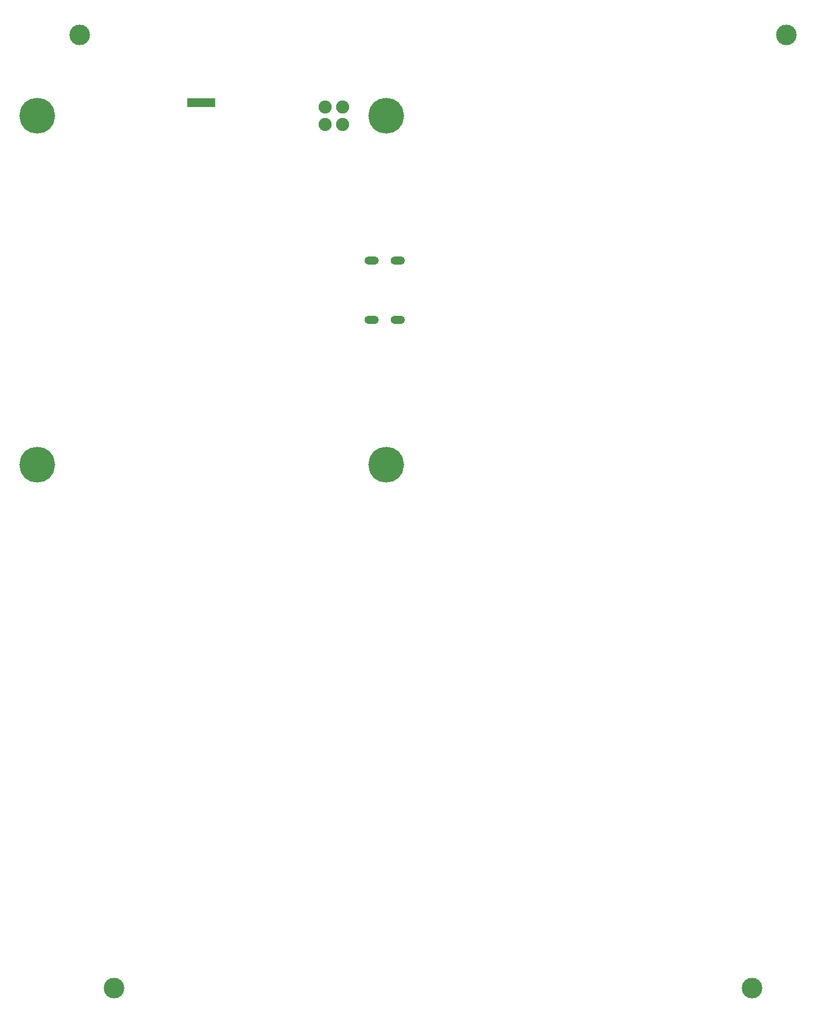
<source format=gbs>
G04 Layer: BottomSolderMaskLayer*
G04 Panelize: Stamp Hole, Column: 2, Row: 2, Board Size: 58.42mm x 58.42mm, Panelized Board Size: 122.84mm x 122.84mm*
G04 EasyEDA v6.5.34, 2023-08-01 23:33:27*
G04 8882f614003f49ca997d8dc6e28bf5ec,5a6b42c53f6a479593ecc07194224c93,10*
G04 Gerber Generator version 0.2*
G04 Scale: 100 percent, Rotated: No, Reflected: No *
G04 Dimensions in millimeters *
G04 leading zeros omitted , absolute positions ,4 integer and 5 decimal *
%FSLAX45Y45*%
%MOMM*%

%ADD10O,2.1015960000000002X1.2015978000000003*%
%ADD11C,5.2032*%
%ADD12C,1.9016*%
%ADD13C,3.0000*%

%LPD*%
D10*
G01*
X5245684Y3353003D03*
G01*
X5245684Y2488996D03*
G01*
X5625693Y2488996D03*
G01*
X5625693Y3353003D03*
D11*
G01*
X381000Y5461000D03*
G01*
X5461000Y5461000D03*
G01*
X5461000Y381000D03*
G01*
X381000Y381000D03*
G01*
X5461000Y5461000D03*
G01*
X381000Y5461000D03*
D12*
G01*
X4826000Y5588000D03*
G01*
X4826000Y5334000D03*
G01*
X4572000Y5334000D03*
G01*
X4572000Y5588000D03*
D13*
G01*
X999997Y6641998D03*
G01*
X11284000Y6641998D03*
G01*
X1499996Y-7241997D03*
G01*
X10784001Y-7241997D03*
G36*
X2565400Y5715000D02*
G01*
X2971800Y5715000D01*
X2971800Y5588000D01*
X2565400Y5588000D01*
G37*
M02*

</source>
